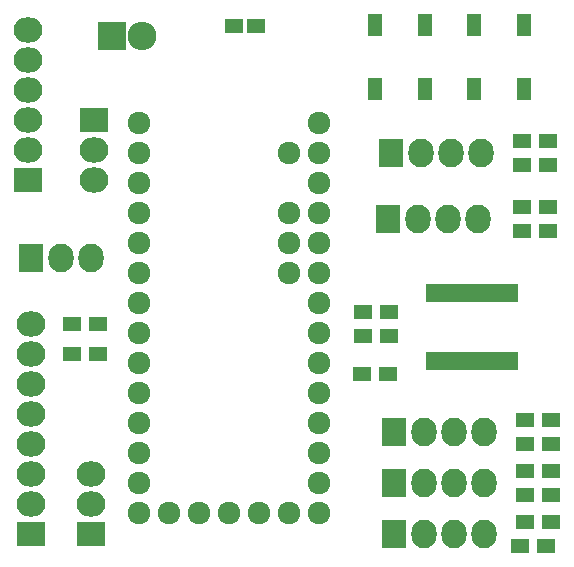
<source format=gts>
G04 #@! TF.FileFunction,Soldermask,Top*
%FSLAX46Y46*%
G04 Gerber Fmt 4.6, Leading zero omitted, Abs format (unit mm)*
G04 Created by KiCad (PCBNEW (2016-01-17 BZR 6493, Git da9ca2d)-product) date 19.01.2016 21.57.01*
%MOMM*%
G01*
G04 APERTURE LIST*
%ADD10C,0.100000*%
%ADD11R,0.800000X1.500000*%
%ADD12C,1.924000*%
%ADD13R,1.600000X1.150000*%
%ADD14R,2.432000X2.127200*%
%ADD15O,2.432000X2.127200*%
%ADD16R,2.127200X2.432000*%
%ADD17O,2.127200X2.432000*%
%ADD18R,2.432000X2.432000*%
%ADD19O,2.432000X2.432000*%
%ADD20R,1.300000X1.924000*%
%ADD21R,1.600000X1.300000*%
G04 APERTURE END LIST*
D10*
D11*
X136887000Y-82352000D03*
X137537000Y-82352000D03*
X138187000Y-82352000D03*
X138837000Y-82352000D03*
X139487000Y-82352000D03*
X140137000Y-82352000D03*
X140787000Y-82352000D03*
X141437000Y-82352000D03*
X142087000Y-82352000D03*
X142737000Y-82352000D03*
X143387000Y-82352000D03*
X144037000Y-82352000D03*
X144037000Y-76652000D03*
X143387000Y-76652000D03*
X142737000Y-76652000D03*
X142087000Y-76652000D03*
X141437000Y-76652000D03*
X140787000Y-76652000D03*
X140137000Y-76652000D03*
X139487000Y-76652000D03*
X138837000Y-76652000D03*
X138187000Y-76652000D03*
X137537000Y-76652000D03*
X136887000Y-76652000D03*
D12*
X112268000Y-67310000D03*
X112268000Y-69850000D03*
X112268000Y-62230000D03*
X112268000Y-64770000D03*
X112268000Y-72390000D03*
X112268000Y-74930000D03*
X112268000Y-77470000D03*
X112268000Y-80010000D03*
X112268000Y-82550000D03*
X112268000Y-85090000D03*
X112268000Y-87630000D03*
X112268000Y-90170000D03*
X112268000Y-92710000D03*
X112268000Y-95250000D03*
X127508000Y-95250000D03*
X127508000Y-92710000D03*
X127508000Y-90170000D03*
X127508000Y-87630000D03*
X127508000Y-85090000D03*
X127508000Y-82550000D03*
X127508000Y-80010000D03*
X127508000Y-77470000D03*
X127508000Y-74930000D03*
X127508000Y-72390000D03*
X127508000Y-69850000D03*
X127508000Y-67310000D03*
X127508000Y-64770000D03*
X127508000Y-62230000D03*
X124968000Y-64770000D03*
X124968000Y-69850000D03*
X124968000Y-72390000D03*
X124968000Y-74930000D03*
X124968000Y-95250000D03*
X122428000Y-95250000D03*
X119888000Y-95250000D03*
X117348000Y-95250000D03*
X114808000Y-95250000D03*
D13*
X120279120Y-54046120D03*
X122179120Y-54046120D03*
D14*
X108458000Y-61976000D03*
D15*
X108458000Y-64516000D03*
X108458000Y-67056000D03*
D16*
X103124000Y-73660000D03*
D17*
X105664000Y-73660000D03*
X108204000Y-73660000D03*
D14*
X108204000Y-97028000D03*
D15*
X108204000Y-94488000D03*
X108204000Y-91948000D03*
D14*
X102870000Y-67056000D03*
D15*
X102870000Y-64516000D03*
X102870000Y-61976000D03*
X102870000Y-59436000D03*
X102870000Y-56896000D03*
X102870000Y-54356000D03*
D18*
X109982000Y-54864000D03*
D19*
X112522000Y-54864000D03*
D20*
X136466000Y-53942000D03*
X132266000Y-53942000D03*
X132266000Y-59342000D03*
X136466000Y-59342000D03*
X144848000Y-53942000D03*
X140648000Y-53942000D03*
X140648000Y-59342000D03*
X144848000Y-59342000D03*
D16*
X133858000Y-88392000D03*
D17*
X136398000Y-88392000D03*
X138938000Y-88392000D03*
X141478000Y-88392000D03*
D16*
X133604000Y-64770000D03*
D17*
X136144000Y-64770000D03*
X138684000Y-64770000D03*
X141224000Y-64770000D03*
D16*
X133858000Y-92710000D03*
D17*
X136398000Y-92710000D03*
X138938000Y-92710000D03*
X141478000Y-92710000D03*
D16*
X133858000Y-97028000D03*
D17*
X136398000Y-97028000D03*
X138938000Y-97028000D03*
X141478000Y-97028000D03*
D16*
X133350000Y-70358000D03*
D17*
X135890000Y-70358000D03*
X138430000Y-70358000D03*
X140970000Y-70358000D03*
D14*
X103124000Y-97028000D03*
D15*
X103124000Y-94488000D03*
X103124000Y-91948000D03*
X103124000Y-89408000D03*
X103124000Y-86868000D03*
X103124000Y-84328000D03*
X103124000Y-81788000D03*
X103124000Y-79248000D03*
D21*
X131234000Y-78232000D03*
X133434000Y-78232000D03*
X131234000Y-80264000D03*
X133434000Y-80264000D03*
X106596000Y-79248000D03*
X108796000Y-79248000D03*
X106596000Y-81788000D03*
X108796000Y-81788000D03*
X147150000Y-87376000D03*
X144950000Y-87376000D03*
X147150000Y-89408000D03*
X144950000Y-89408000D03*
X146896000Y-63754000D03*
X144696000Y-63754000D03*
X147150000Y-91694000D03*
X144950000Y-91694000D03*
X147150000Y-96012000D03*
X144950000Y-96012000D03*
X146896000Y-69342000D03*
X144696000Y-69342000D03*
X144696000Y-65786000D03*
X146896000Y-65786000D03*
X144950000Y-93726000D03*
X147150000Y-93726000D03*
X144563920Y-98036380D03*
X146763920Y-98036380D03*
X144696000Y-71374000D03*
X146896000Y-71374000D03*
X131163060Y-83499960D03*
X133363060Y-83499960D03*
M02*

</source>
